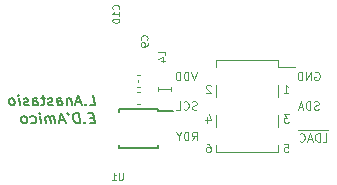
<source format=gbo>
G04 #@! TF.GenerationSoftware,KiCad,Pcbnew,5.1.5*
G04 #@! TF.CreationDate,2020-02-12T19:16:24+01:00*
G04 #@! TF.ProjectId,Filter_PCB_4_btob,46696c74-6572-45f5-9043-425f345f6274,rev?*
G04 #@! TF.SameCoordinates,Original*
G04 #@! TF.FileFunction,Legend,Bot*
G04 #@! TF.FilePolarity,Positive*
%FSLAX46Y46*%
G04 Gerber Fmt 4.6, Leading zero omitted, Abs format (unit mm)*
G04 Created by KiCad (PCBNEW 5.1.5) date 2020-02-12 19:16:24*
%MOMM*%
%LPD*%
G04 APERTURE LIST*
%ADD10C,0.120000*%
%ADD11C,0.150000*%
%ADD12C,0.100000*%
G04 APERTURE END LIST*
D10*
X166000000Y-99283333D02*
X165966666Y-99250000D01*
X165900000Y-99216666D01*
X165733333Y-99216666D01*
X165666666Y-99250000D01*
X165633333Y-99283333D01*
X165600000Y-99350000D01*
X165600000Y-99416666D01*
X165633333Y-99516666D01*
X166033333Y-99916666D01*
X165600000Y-99916666D01*
X165666666Y-101950000D02*
X165666666Y-102416666D01*
X165833333Y-101683333D02*
X166000000Y-102183333D01*
X165566666Y-102183333D01*
X165666666Y-104216666D02*
X165800000Y-104216666D01*
X165866666Y-104250000D01*
X165900000Y-104283333D01*
X165966666Y-104383333D01*
X166000000Y-104516666D01*
X166000000Y-104783333D01*
X165966666Y-104850000D01*
X165933333Y-104883333D01*
X165866666Y-104916666D01*
X165733333Y-104916666D01*
X165666666Y-104883333D01*
X165633333Y-104850000D01*
X165600000Y-104783333D01*
X165600000Y-104616666D01*
X165633333Y-104550000D01*
X165666666Y-104516666D01*
X165733333Y-104483333D01*
X165866666Y-104483333D01*
X165933333Y-104516666D01*
X165966666Y-104550000D01*
X166000000Y-104616666D01*
X172233333Y-104216666D02*
X172566666Y-104216666D01*
X172600000Y-104550000D01*
X172566666Y-104516666D01*
X172500000Y-104483333D01*
X172333333Y-104483333D01*
X172266666Y-104516666D01*
X172233333Y-104550000D01*
X172200000Y-104616666D01*
X172200000Y-104783333D01*
X172233333Y-104850000D01*
X172266666Y-104883333D01*
X172333333Y-104916666D01*
X172500000Y-104916666D01*
X172566666Y-104883333D01*
X172600000Y-104850000D01*
X172633333Y-101716666D02*
X172200000Y-101716666D01*
X172433333Y-101983333D01*
X172333333Y-101983333D01*
X172266666Y-102016666D01*
X172233333Y-102050000D01*
X172200000Y-102116666D01*
X172200000Y-102283333D01*
X172233333Y-102350000D01*
X172266666Y-102383333D01*
X172333333Y-102416666D01*
X172533333Y-102416666D01*
X172600000Y-102383333D01*
X172633333Y-102350000D01*
X172200000Y-99916666D02*
X172600000Y-99916666D01*
X172400000Y-99916666D02*
X172400000Y-99216666D01*
X172466666Y-99316666D01*
X172533333Y-99383333D01*
X172600000Y-99416666D01*
X159900000Y-99000000D02*
X159900000Y-98800000D01*
X161600000Y-99600000D02*
X162600000Y-99600000D01*
D11*
X155754285Y-100957142D02*
X156182857Y-100957142D01*
X156070357Y-100057142D01*
X155443571Y-100871428D02*
X155406071Y-100914285D01*
X155454285Y-100957142D01*
X155491785Y-100914285D01*
X155443571Y-100871428D01*
X155454285Y-100957142D01*
X155036428Y-100700000D02*
X154607857Y-100700000D01*
X155154285Y-100957142D02*
X154741785Y-100057142D01*
X154554285Y-100957142D01*
X154179285Y-100357142D02*
X154254285Y-100957142D01*
X154190000Y-100442857D02*
X154141785Y-100400000D01*
X154050714Y-100357142D01*
X153922142Y-100357142D01*
X153841785Y-100400000D01*
X153809642Y-100485714D01*
X153868571Y-100957142D01*
X153054285Y-100957142D02*
X152995357Y-100485714D01*
X153027500Y-100400000D01*
X153107857Y-100357142D01*
X153279285Y-100357142D01*
X153370357Y-100400000D01*
X153048928Y-100914285D02*
X153140000Y-100957142D01*
X153354285Y-100957142D01*
X153434642Y-100914285D01*
X153466785Y-100828571D01*
X153456071Y-100742857D01*
X153402500Y-100657142D01*
X153311428Y-100614285D01*
X153097142Y-100614285D01*
X153006071Y-100571428D01*
X152663214Y-100914285D02*
X152582857Y-100957142D01*
X152411428Y-100957142D01*
X152320357Y-100914285D01*
X152266785Y-100828571D01*
X152261428Y-100785714D01*
X152293571Y-100700000D01*
X152373928Y-100657142D01*
X152502500Y-100657142D01*
X152582857Y-100614285D01*
X152615000Y-100528571D01*
X152609642Y-100485714D01*
X152556071Y-100400000D01*
X152465000Y-100357142D01*
X152336428Y-100357142D01*
X152256071Y-100400000D01*
X151950714Y-100357142D02*
X151607857Y-100357142D01*
X151784642Y-100057142D02*
X151881071Y-100828571D01*
X151848928Y-100914285D01*
X151768571Y-100957142D01*
X151682857Y-100957142D01*
X150997142Y-100957142D02*
X150938214Y-100485714D01*
X150970357Y-100400000D01*
X151050714Y-100357142D01*
X151222142Y-100357142D01*
X151313214Y-100400000D01*
X150991785Y-100914285D02*
X151082857Y-100957142D01*
X151297142Y-100957142D01*
X151377500Y-100914285D01*
X151409642Y-100828571D01*
X151398928Y-100742857D01*
X151345357Y-100657142D01*
X151254285Y-100614285D01*
X151040000Y-100614285D01*
X150948928Y-100571428D01*
X150606071Y-100914285D02*
X150525714Y-100957142D01*
X150354285Y-100957142D01*
X150263214Y-100914285D01*
X150209642Y-100828571D01*
X150204285Y-100785714D01*
X150236428Y-100700000D01*
X150316785Y-100657142D01*
X150445357Y-100657142D01*
X150525714Y-100614285D01*
X150557857Y-100528571D01*
X150552500Y-100485714D01*
X150498928Y-100400000D01*
X150407857Y-100357142D01*
X150279285Y-100357142D01*
X150198928Y-100400000D01*
X149840000Y-100957142D02*
X149765000Y-100357142D01*
X149727500Y-100057142D02*
X149775714Y-100100000D01*
X149738214Y-100142857D01*
X149690000Y-100100000D01*
X149727500Y-100057142D01*
X149738214Y-100142857D01*
X149282857Y-100957142D02*
X149363214Y-100914285D01*
X149400714Y-100871428D01*
X149432857Y-100785714D01*
X149400714Y-100528571D01*
X149347142Y-100442857D01*
X149298928Y-100400000D01*
X149207857Y-100357142D01*
X149079285Y-100357142D01*
X148998928Y-100400000D01*
X148961428Y-100442857D01*
X148929285Y-100528571D01*
X148961428Y-100785714D01*
X149015000Y-100871428D01*
X149063214Y-100914285D01*
X149154285Y-100957142D01*
X149282857Y-100957142D01*
X156123928Y-101985714D02*
X155823928Y-101985714D01*
X155754285Y-102457142D02*
X156182857Y-102457142D01*
X156070357Y-101557142D01*
X155641785Y-101557142D01*
X155357857Y-102371428D02*
X155320357Y-102414285D01*
X155368571Y-102457142D01*
X155406071Y-102414285D01*
X155357857Y-102371428D01*
X155368571Y-102457142D01*
X154940000Y-102457142D02*
X154827500Y-101557142D01*
X154613214Y-101557142D01*
X154490000Y-101600000D01*
X154415000Y-101685714D01*
X154382857Y-101771428D01*
X154361428Y-101942857D01*
X154377500Y-102071428D01*
X154441785Y-102242857D01*
X154495357Y-102328571D01*
X154591785Y-102414285D01*
X154725714Y-102457142D01*
X154940000Y-102457142D01*
X153884642Y-101557142D02*
X153991785Y-101728571D01*
X153622142Y-102200000D02*
X153193571Y-102200000D01*
X153740000Y-102457142D02*
X153327500Y-101557142D01*
X153140000Y-102457142D01*
X152840000Y-102457142D02*
X152765000Y-101857142D01*
X152775714Y-101942857D02*
X152727500Y-101900000D01*
X152636428Y-101857142D01*
X152507857Y-101857142D01*
X152427500Y-101900000D01*
X152395357Y-101985714D01*
X152454285Y-102457142D01*
X152395357Y-101985714D02*
X152341785Y-101900000D01*
X152250714Y-101857142D01*
X152122142Y-101857142D01*
X152041785Y-101900000D01*
X152009642Y-101985714D01*
X152068571Y-102457142D01*
X151640000Y-102457142D02*
X151565000Y-101857142D01*
X151527500Y-101557142D02*
X151575714Y-101600000D01*
X151538214Y-101642857D01*
X151490000Y-101600000D01*
X151527500Y-101557142D01*
X151538214Y-101642857D01*
X150820357Y-102414285D02*
X150911428Y-102457142D01*
X151082857Y-102457142D01*
X151163214Y-102414285D01*
X151200714Y-102371428D01*
X151232857Y-102285714D01*
X151200714Y-102028571D01*
X151147142Y-101942857D01*
X151098928Y-101900000D01*
X151007857Y-101857142D01*
X150836428Y-101857142D01*
X150756071Y-101900000D01*
X150311428Y-102457142D02*
X150391785Y-102414285D01*
X150429285Y-102371428D01*
X150461428Y-102285714D01*
X150429285Y-102028571D01*
X150375714Y-101942857D01*
X150327500Y-101900000D01*
X150236428Y-101857142D01*
X150107857Y-101857142D01*
X150027500Y-101900000D01*
X149990000Y-101942857D01*
X149957857Y-102028571D01*
X149990000Y-102285714D01*
X150043571Y-102371428D01*
X150091785Y-102414285D01*
X150182857Y-102457142D01*
X150311428Y-102457142D01*
D10*
X164433333Y-103916666D02*
X164666666Y-103583333D01*
X164833333Y-103916666D02*
X164833333Y-103216666D01*
X164566666Y-103216666D01*
X164500000Y-103250000D01*
X164466666Y-103283333D01*
X164433333Y-103350000D01*
X164433333Y-103450000D01*
X164466666Y-103516666D01*
X164500000Y-103550000D01*
X164566666Y-103583333D01*
X164833333Y-103583333D01*
X164133333Y-103916666D02*
X164133333Y-103216666D01*
X163966666Y-103216666D01*
X163866666Y-103250000D01*
X163800000Y-103316666D01*
X163766666Y-103383333D01*
X163733333Y-103516666D01*
X163733333Y-103616666D01*
X163766666Y-103750000D01*
X163800000Y-103816666D01*
X163866666Y-103883333D01*
X163966666Y-103916666D01*
X164133333Y-103916666D01*
X163300000Y-103583333D02*
X163300000Y-103916666D01*
X163533333Y-103216666D02*
X163300000Y-103583333D01*
X163066666Y-103216666D01*
X164833333Y-101283333D02*
X164733333Y-101316666D01*
X164566666Y-101316666D01*
X164500000Y-101283333D01*
X164466666Y-101250000D01*
X164433333Y-101183333D01*
X164433333Y-101116666D01*
X164466666Y-101050000D01*
X164500000Y-101016666D01*
X164566666Y-100983333D01*
X164700000Y-100950000D01*
X164766666Y-100916666D01*
X164800000Y-100883333D01*
X164833333Y-100816666D01*
X164833333Y-100750000D01*
X164800000Y-100683333D01*
X164766666Y-100650000D01*
X164700000Y-100616666D01*
X164533333Y-100616666D01*
X164433333Y-100650000D01*
X163733333Y-101250000D02*
X163766666Y-101283333D01*
X163866666Y-101316666D01*
X163933333Y-101316666D01*
X164033333Y-101283333D01*
X164100000Y-101216666D01*
X164133333Y-101150000D01*
X164166666Y-101016666D01*
X164166666Y-100916666D01*
X164133333Y-100783333D01*
X164100000Y-100716666D01*
X164033333Y-100650000D01*
X163933333Y-100616666D01*
X163866666Y-100616666D01*
X163766666Y-100650000D01*
X163733333Y-100683333D01*
X163100000Y-101316666D02*
X163433333Y-101316666D01*
X163433333Y-100616666D01*
X164833333Y-98116666D02*
X164600000Y-98816666D01*
X164366666Y-98116666D01*
X164133333Y-98816666D02*
X164133333Y-98116666D01*
X163966666Y-98116666D01*
X163866666Y-98150000D01*
X163800000Y-98216666D01*
X163766666Y-98283333D01*
X163733333Y-98416666D01*
X163733333Y-98516666D01*
X163766666Y-98650000D01*
X163800000Y-98716666D01*
X163866666Y-98783333D01*
X163966666Y-98816666D01*
X164133333Y-98816666D01*
X163433333Y-98816666D02*
X163433333Y-98116666D01*
X163266666Y-98116666D01*
X163166666Y-98150000D01*
X163100000Y-98216666D01*
X163066666Y-98283333D01*
X163033333Y-98416666D01*
X163033333Y-98516666D01*
X163066666Y-98650000D01*
X163100000Y-98716666D01*
X163166666Y-98783333D01*
X163266666Y-98816666D01*
X163433333Y-98816666D01*
X175983333Y-103040000D02*
X175416666Y-103040000D01*
X175483333Y-104016666D02*
X175816666Y-104016666D01*
X175816666Y-103316666D01*
X175416666Y-103040000D02*
X174716666Y-103040000D01*
X175250000Y-104016666D02*
X175250000Y-103316666D01*
X175083333Y-103316666D01*
X174983333Y-103350000D01*
X174916666Y-103416666D01*
X174883333Y-103483333D01*
X174850000Y-103616666D01*
X174850000Y-103716666D01*
X174883333Y-103850000D01*
X174916666Y-103916666D01*
X174983333Y-103983333D01*
X175083333Y-104016666D01*
X175250000Y-104016666D01*
X174716666Y-103040000D02*
X174116666Y-103040000D01*
X174583333Y-103816666D02*
X174250000Y-103816666D01*
X174650000Y-104016666D02*
X174416666Y-103316666D01*
X174183333Y-104016666D01*
X174116666Y-103040000D02*
X173416666Y-103040000D01*
X173550000Y-103950000D02*
X173583333Y-103983333D01*
X173683333Y-104016666D01*
X173750000Y-104016666D01*
X173850000Y-103983333D01*
X173916666Y-103916666D01*
X173950000Y-103850000D01*
X173983333Y-103716666D01*
X173983333Y-103616666D01*
X173950000Y-103483333D01*
X173916666Y-103416666D01*
X173850000Y-103350000D01*
X173750000Y-103316666D01*
X173683333Y-103316666D01*
X173583333Y-103350000D01*
X173550000Y-103383333D01*
X175150000Y-101283333D02*
X175050000Y-101316666D01*
X174883333Y-101316666D01*
X174816666Y-101283333D01*
X174783333Y-101250000D01*
X174750000Y-101183333D01*
X174750000Y-101116666D01*
X174783333Y-101050000D01*
X174816666Y-101016666D01*
X174883333Y-100983333D01*
X175016666Y-100950000D01*
X175083333Y-100916666D01*
X175116666Y-100883333D01*
X175150000Y-100816666D01*
X175150000Y-100750000D01*
X175116666Y-100683333D01*
X175083333Y-100650000D01*
X175016666Y-100616666D01*
X174850000Y-100616666D01*
X174750000Y-100650000D01*
X174450000Y-101316666D02*
X174450000Y-100616666D01*
X174283333Y-100616666D01*
X174183333Y-100650000D01*
X174116666Y-100716666D01*
X174083333Y-100783333D01*
X174050000Y-100916666D01*
X174050000Y-101016666D01*
X174083333Y-101150000D01*
X174116666Y-101216666D01*
X174183333Y-101283333D01*
X174283333Y-101316666D01*
X174450000Y-101316666D01*
X173783333Y-101116666D02*
X173450000Y-101116666D01*
X173850000Y-101316666D02*
X173616666Y-100616666D01*
X173383333Y-101316666D01*
X174833333Y-98150000D02*
X174900000Y-98116666D01*
X175000000Y-98116666D01*
X175100000Y-98150000D01*
X175166666Y-98216666D01*
X175200000Y-98283333D01*
X175233333Y-98416666D01*
X175233333Y-98516666D01*
X175200000Y-98650000D01*
X175166666Y-98716666D01*
X175100000Y-98783333D01*
X175000000Y-98816666D01*
X174933333Y-98816666D01*
X174833333Y-98783333D01*
X174800000Y-98750000D01*
X174800000Y-98516666D01*
X174933333Y-98516666D01*
X174500000Y-98816666D02*
X174500000Y-98116666D01*
X174100000Y-98816666D01*
X174100000Y-98116666D01*
X173766666Y-98816666D02*
X173766666Y-98116666D01*
X173600000Y-98116666D01*
X173500000Y-98150000D01*
X173433333Y-98216666D01*
X173400000Y-98283333D01*
X173366666Y-98416666D01*
X173366666Y-98516666D01*
X173400000Y-98650000D01*
X173433333Y-98716666D01*
X173500000Y-98783333D01*
X173600000Y-98816666D01*
X173766666Y-98816666D01*
X166500000Y-101760000D02*
X166500000Y-102780000D01*
X171700000Y-101760000D02*
X171700000Y-102780000D01*
X166500000Y-99220000D02*
X166500000Y-100240000D01*
X171700000Y-99220000D02*
X171700000Y-100240000D01*
X166500000Y-104300000D02*
X166500000Y-104870000D01*
X171700000Y-104300000D02*
X171700000Y-104870000D01*
X166500000Y-97130000D02*
X166500000Y-97700000D01*
X171700000Y-97130000D02*
X171700000Y-97700000D01*
X173140000Y-97700000D02*
X171700000Y-97700000D01*
X171700000Y-104870000D02*
X166500000Y-104870000D01*
X171700000Y-97130000D02*
X166500000Y-97130000D01*
X160062779Y-98390000D02*
X159737221Y-98390000D01*
X160062779Y-99410000D02*
X159737221Y-99410000D01*
X162610000Y-99762779D02*
X162610000Y-99437221D01*
X161590000Y-99762779D02*
X161590000Y-99437221D01*
X160062779Y-100810000D02*
X159737221Y-100810000D01*
X160062779Y-99790000D02*
X159737221Y-99790000D01*
D11*
X161575000Y-101225000D02*
X161575000Y-101450000D01*
X158225000Y-101225000D02*
X158225000Y-101525000D01*
X158225000Y-104575000D02*
X158225000Y-104275000D01*
X161575000Y-104575000D02*
X161575000Y-104275000D01*
X161575000Y-101225000D02*
X158225000Y-101225000D01*
X161575000Y-104575000D02*
X158225000Y-104575000D01*
X161575000Y-101450000D02*
X162800000Y-101450000D01*
D12*
X160614285Y-95400000D02*
X160642857Y-95371428D01*
X160671428Y-95285714D01*
X160671428Y-95228571D01*
X160642857Y-95142857D01*
X160585714Y-95085714D01*
X160528571Y-95057142D01*
X160414285Y-95028571D01*
X160328571Y-95028571D01*
X160214285Y-95057142D01*
X160157142Y-95085714D01*
X160100000Y-95142857D01*
X160071428Y-95228571D01*
X160071428Y-95285714D01*
X160100000Y-95371428D01*
X160128571Y-95400000D01*
X160671428Y-95685714D02*
X160671428Y-95800000D01*
X160642857Y-95857142D01*
X160614285Y-95885714D01*
X160528571Y-95942857D01*
X160414285Y-95971428D01*
X160185714Y-95971428D01*
X160128571Y-95942857D01*
X160100000Y-95914285D01*
X160071428Y-95857142D01*
X160071428Y-95742857D01*
X160100000Y-95685714D01*
X160128571Y-95657142D01*
X160185714Y-95628571D01*
X160328571Y-95628571D01*
X160385714Y-95657142D01*
X160414285Y-95685714D01*
X160442857Y-95742857D01*
X160442857Y-95857142D01*
X160414285Y-95914285D01*
X160385714Y-95942857D01*
X160328571Y-95971428D01*
X162171428Y-96700000D02*
X162171428Y-96414285D01*
X161571428Y-96414285D01*
X161771428Y-97157142D02*
X162171428Y-97157142D01*
X161542857Y-97014285D02*
X161971428Y-96871428D01*
X161971428Y-97242857D01*
X158214285Y-92814285D02*
X158242857Y-92785714D01*
X158271428Y-92700000D01*
X158271428Y-92642857D01*
X158242857Y-92557142D01*
X158185714Y-92500000D01*
X158128571Y-92471428D01*
X158014285Y-92442857D01*
X157928571Y-92442857D01*
X157814285Y-92471428D01*
X157757142Y-92500000D01*
X157700000Y-92557142D01*
X157671428Y-92642857D01*
X157671428Y-92700000D01*
X157700000Y-92785714D01*
X157728571Y-92814285D01*
X158271428Y-93385714D02*
X158271428Y-93042857D01*
X158271428Y-93214285D02*
X157671428Y-93214285D01*
X157757142Y-93157142D01*
X157814285Y-93100000D01*
X157842857Y-93042857D01*
X157671428Y-93757142D02*
X157671428Y-93814285D01*
X157700000Y-93871428D01*
X157728571Y-93900000D01*
X157785714Y-93928571D01*
X157900000Y-93957142D01*
X158042857Y-93957142D01*
X158157142Y-93928571D01*
X158214285Y-93900000D01*
X158242857Y-93871428D01*
X158271428Y-93814285D01*
X158271428Y-93757142D01*
X158242857Y-93700000D01*
X158214285Y-93671428D01*
X158157142Y-93642857D01*
X158042857Y-93614285D01*
X157900000Y-93614285D01*
X157785714Y-93642857D01*
X157728571Y-93671428D01*
X157700000Y-93700000D01*
X157671428Y-93757142D01*
X158557142Y-106671428D02*
X158557142Y-107157142D01*
X158528571Y-107214285D01*
X158500000Y-107242857D01*
X158442857Y-107271428D01*
X158328571Y-107271428D01*
X158271428Y-107242857D01*
X158242857Y-107214285D01*
X158214285Y-107157142D01*
X158214285Y-106671428D01*
X157614285Y-107271428D02*
X157957142Y-107271428D01*
X157785714Y-107271428D02*
X157785714Y-106671428D01*
X157842857Y-106757142D01*
X157900000Y-106814285D01*
X157957142Y-106842857D01*
M02*

</source>
